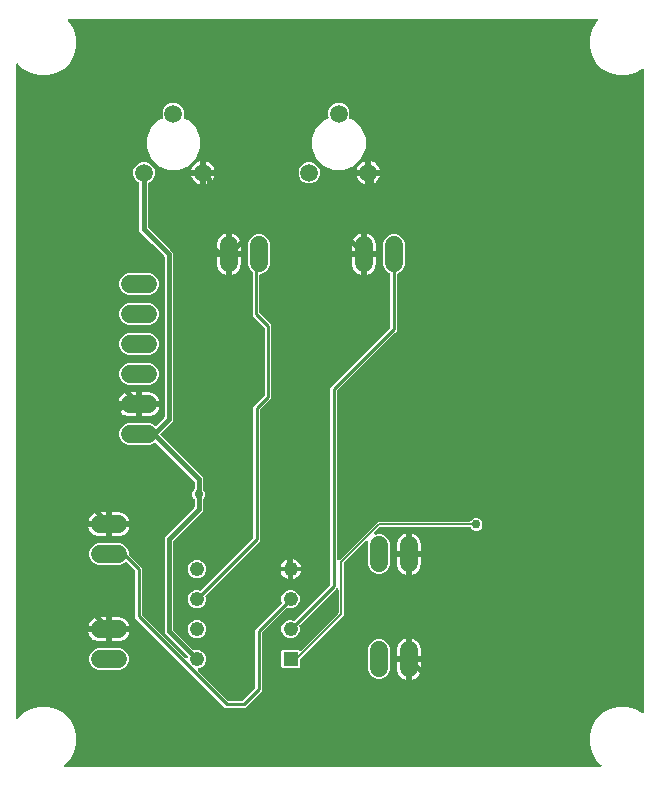
<source format=gbr>
G04 EAGLE Gerber RS-274X export*
G75*
%MOMM*%
%FSLAX34Y34*%
%LPD*%
%INBottom Copper*%
%IPPOS*%
%AMOC8*
5,1,8,0,0,1.08239X$1,22.5*%
G01*
%ADD10R,1.238000X1.238000*%
%ADD11C,1.238000*%
%ADD12C,1.524000*%
%ADD13C,1.508000*%
%ADD14C,0.406400*%
%ADD15C,0.756400*%
%ADD16C,0.457200*%
%ADD17C,0.152400*%
%ADD18C,0.254000*%

G36*
X511444Y16528D02*
X511444Y16528D01*
X511583Y16541D01*
X511602Y16548D01*
X511622Y16551D01*
X511751Y16602D01*
X511882Y16649D01*
X511899Y16660D01*
X511918Y16668D01*
X512031Y16749D01*
X512146Y16827D01*
X512159Y16843D01*
X512175Y16854D01*
X512264Y16962D01*
X512356Y17066D01*
X512365Y17084D01*
X512378Y17099D01*
X512437Y17225D01*
X512501Y17349D01*
X512505Y17369D01*
X512514Y17387D01*
X512540Y17523D01*
X512570Y17659D01*
X512570Y17680D01*
X512574Y17699D01*
X512565Y17838D01*
X512561Y17977D01*
X512555Y17997D01*
X512554Y18017D01*
X512511Y18149D01*
X512472Y18283D01*
X512462Y18300D01*
X512456Y18319D01*
X512381Y18437D01*
X512311Y18557D01*
X512292Y18578D01*
X512286Y18588D01*
X512271Y18602D01*
X512204Y18677D01*
X507866Y23016D01*
X504224Y29323D01*
X502339Y36358D01*
X502339Y43642D01*
X504224Y50677D01*
X507866Y56984D01*
X513016Y62134D01*
X519323Y65776D01*
X526358Y67661D01*
X533642Y67661D01*
X540677Y65776D01*
X546735Y62278D01*
X546858Y62226D01*
X546977Y62170D01*
X547004Y62165D01*
X547029Y62154D01*
X547160Y62135D01*
X547290Y62110D01*
X547316Y62112D01*
X547343Y62108D01*
X547475Y62122D01*
X547607Y62130D01*
X547633Y62138D01*
X547659Y62141D01*
X547784Y62187D01*
X547909Y62228D01*
X547932Y62242D01*
X547958Y62252D01*
X548066Y62327D01*
X548178Y62398D01*
X548197Y62418D01*
X548219Y62433D01*
X548305Y62533D01*
X548396Y62630D01*
X548409Y62653D01*
X548427Y62674D01*
X548486Y62793D01*
X548550Y62908D01*
X548556Y62934D01*
X548568Y62959D01*
X548596Y63088D01*
X548629Y63216D01*
X548631Y63254D01*
X548635Y63270D01*
X548634Y63291D01*
X548639Y63377D01*
X548639Y606623D01*
X548623Y606754D01*
X548612Y606886D01*
X548603Y606912D01*
X548599Y606939D01*
X548551Y607062D01*
X548507Y607187D01*
X548492Y607209D01*
X548482Y607234D01*
X548405Y607341D01*
X548331Y607452D01*
X548311Y607470D01*
X548296Y607492D01*
X548193Y607576D01*
X548095Y607665D01*
X548071Y607677D01*
X548051Y607695D01*
X547931Y607751D01*
X547814Y607812D01*
X547787Y607819D01*
X547763Y607830D01*
X547633Y607855D01*
X547504Y607885D01*
X547477Y607885D01*
X547451Y607890D01*
X547319Y607882D01*
X547186Y607879D01*
X547160Y607872D01*
X547133Y607870D01*
X547007Y607829D01*
X546880Y607794D01*
X546845Y607777D01*
X546831Y607772D01*
X546812Y607760D01*
X546735Y607722D01*
X540677Y604224D01*
X533642Y602339D01*
X526358Y602339D01*
X519323Y604224D01*
X513016Y607866D01*
X507866Y613016D01*
X504224Y619323D01*
X502339Y626358D01*
X502339Y633642D01*
X504224Y640677D01*
X507866Y646984D01*
X508954Y648073D01*
X509039Y648182D01*
X509128Y648289D01*
X509137Y648308D01*
X509149Y648324D01*
X509205Y648451D01*
X509264Y648577D01*
X509268Y648597D01*
X509276Y648616D01*
X509298Y648754D01*
X509324Y648890D01*
X509322Y648910D01*
X509325Y648930D01*
X509312Y649069D01*
X509304Y649207D01*
X509298Y649226D01*
X509296Y649246D01*
X509248Y649378D01*
X509206Y649509D01*
X509195Y649527D01*
X509188Y649546D01*
X509110Y649661D01*
X509036Y649778D01*
X509021Y649792D01*
X509009Y649809D01*
X508905Y649901D01*
X508804Y649996D01*
X508786Y650006D01*
X508771Y650019D01*
X508647Y650082D01*
X508525Y650150D01*
X508506Y650155D01*
X508488Y650164D01*
X508352Y650194D01*
X508218Y650229D01*
X508189Y650231D01*
X508178Y650234D01*
X508157Y650233D01*
X508057Y650239D01*
X61943Y650239D01*
X61805Y650222D01*
X61667Y650209D01*
X61648Y650202D01*
X61628Y650199D01*
X61499Y650148D01*
X61367Y650101D01*
X61351Y650090D01*
X61332Y650082D01*
X61220Y650001D01*
X61104Y649923D01*
X61091Y649907D01*
X61075Y649896D01*
X60986Y649788D01*
X60894Y649684D01*
X60885Y649666D01*
X60872Y649651D01*
X60813Y649525D01*
X60749Y649401D01*
X60745Y649381D01*
X60736Y649363D01*
X60710Y649226D01*
X60680Y649091D01*
X60680Y649070D01*
X60676Y649051D01*
X60685Y648912D01*
X60689Y648773D01*
X60695Y648753D01*
X60696Y648733D01*
X60739Y648601D01*
X60778Y648467D01*
X60788Y648450D01*
X60794Y648431D01*
X60869Y648313D01*
X60939Y648193D01*
X60958Y648172D01*
X60964Y648162D01*
X60979Y648148D01*
X61046Y648073D01*
X62134Y646984D01*
X65776Y640677D01*
X67661Y633642D01*
X67661Y626358D01*
X65776Y619323D01*
X62134Y613016D01*
X56984Y607866D01*
X50677Y604224D01*
X43642Y602339D01*
X36358Y602339D01*
X29323Y604224D01*
X23016Y607866D01*
X18677Y612204D01*
X18568Y612290D01*
X18461Y612378D01*
X18442Y612387D01*
X18426Y612399D01*
X18298Y612455D01*
X18173Y612514D01*
X18153Y612518D01*
X18134Y612526D01*
X17996Y612548D01*
X17860Y612574D01*
X17840Y612572D01*
X17820Y612575D01*
X17681Y612562D01*
X17543Y612554D01*
X17524Y612548D01*
X17504Y612546D01*
X17372Y612498D01*
X17241Y612456D01*
X17223Y612445D01*
X17204Y612438D01*
X17089Y612360D01*
X16972Y612286D01*
X16958Y612271D01*
X16941Y612259D01*
X16849Y612155D01*
X16754Y612054D01*
X16744Y612036D01*
X16731Y612021D01*
X16667Y611897D01*
X16600Y611775D01*
X16595Y611756D01*
X16586Y611738D01*
X16556Y611602D01*
X16521Y611468D01*
X16519Y611439D01*
X16516Y611428D01*
X16517Y611407D01*
X16511Y611307D01*
X16511Y58693D01*
X16528Y58556D01*
X16541Y58417D01*
X16548Y58398D01*
X16551Y58378D01*
X16602Y58249D01*
X16649Y58118D01*
X16660Y58101D01*
X16668Y58082D01*
X16749Y57969D01*
X16827Y57854D01*
X16843Y57841D01*
X16854Y57825D01*
X16962Y57736D01*
X17066Y57644D01*
X17084Y57635D01*
X17099Y57622D01*
X17225Y57563D01*
X17349Y57499D01*
X17369Y57495D01*
X17387Y57486D01*
X17523Y57460D01*
X17659Y57430D01*
X17680Y57430D01*
X17699Y57426D01*
X17838Y57435D01*
X17977Y57439D01*
X17997Y57445D01*
X18017Y57446D01*
X18149Y57489D01*
X18283Y57528D01*
X18300Y57538D01*
X18319Y57544D01*
X18437Y57619D01*
X18557Y57689D01*
X18578Y57708D01*
X18588Y57714D01*
X18602Y57729D01*
X18677Y57796D01*
X23016Y62134D01*
X29323Y65776D01*
X36358Y67661D01*
X43642Y67661D01*
X50677Y65776D01*
X56984Y62134D01*
X62134Y56984D01*
X65776Y50677D01*
X67661Y43642D01*
X67661Y36358D01*
X65776Y29323D01*
X62134Y23016D01*
X57796Y18677D01*
X57710Y18568D01*
X57622Y18461D01*
X57613Y18442D01*
X57601Y18426D01*
X57545Y18298D01*
X57486Y18173D01*
X57482Y18153D01*
X57474Y18134D01*
X57452Y17996D01*
X57426Y17860D01*
X57428Y17840D01*
X57425Y17820D01*
X57438Y17681D01*
X57446Y17543D01*
X57452Y17524D01*
X57454Y17504D01*
X57502Y17372D01*
X57544Y17241D01*
X57555Y17223D01*
X57562Y17204D01*
X57640Y17089D01*
X57714Y16972D01*
X57729Y16958D01*
X57741Y16941D01*
X57845Y16849D01*
X57946Y16754D01*
X57964Y16744D01*
X57979Y16731D01*
X58103Y16667D01*
X58225Y16600D01*
X58244Y16595D01*
X58262Y16586D01*
X58398Y16556D01*
X58532Y16521D01*
X58561Y16519D01*
X58572Y16516D01*
X58593Y16517D01*
X58693Y16511D01*
X511307Y16511D01*
X511444Y16528D01*
G37*
%LPC*%
G36*
X194087Y67055D02*
X194087Y67055D01*
X117855Y143287D01*
X117855Y182467D01*
X117843Y182565D01*
X117840Y182664D01*
X117823Y182722D01*
X117815Y182782D01*
X117779Y182874D01*
X117751Y182969D01*
X117721Y183022D01*
X117698Y183078D01*
X117640Y183158D01*
X117590Y183243D01*
X117524Y183319D01*
X117512Y183335D01*
X117502Y183343D01*
X117484Y183364D01*
X110798Y190050D01*
X110711Y190117D01*
X110671Y190155D01*
X110662Y190160D01*
X110614Y190202D01*
X110578Y190220D01*
X110546Y190245D01*
X110437Y190292D01*
X110331Y190346D01*
X110292Y190355D01*
X110254Y190371D01*
X110137Y190390D01*
X110021Y190416D01*
X109980Y190415D01*
X109940Y190421D01*
X109822Y190410D01*
X109703Y190406D01*
X109664Y190395D01*
X109624Y190391D01*
X109512Y190351D01*
X109397Y190318D01*
X109363Y190297D01*
X109324Y190284D01*
X109226Y190217D01*
X109123Y190156D01*
X109078Y190117D01*
X109061Y190105D01*
X109048Y190090D01*
X109003Y190050D01*
X108050Y189097D01*
X104689Y187705D01*
X85811Y187705D01*
X82450Y189097D01*
X79877Y191670D01*
X78485Y195031D01*
X78485Y198669D01*
X79877Y202030D01*
X82450Y204603D01*
X85811Y205995D01*
X104689Y205995D01*
X108050Y204603D01*
X110623Y202030D01*
X112015Y198669D01*
X112015Y197263D01*
X112027Y197165D01*
X112030Y197066D01*
X112047Y197008D01*
X112055Y196948D01*
X112091Y196856D01*
X112119Y196761D01*
X112149Y196708D01*
X112172Y196652D01*
X112230Y196572D01*
X112280Y196487D01*
X112346Y196411D01*
X112358Y196395D01*
X112368Y196387D01*
X112386Y196366D01*
X123445Y185308D01*
X123445Y146128D01*
X123457Y146030D01*
X123460Y145931D01*
X123477Y145873D01*
X123485Y145813D01*
X123521Y145720D01*
X123549Y145625D01*
X123579Y145573D01*
X123602Y145517D01*
X123660Y145437D01*
X123710Y145351D01*
X123776Y145276D01*
X123788Y145259D01*
X123798Y145252D01*
X123816Y145231D01*
X160039Y109009D01*
X160078Y108978D01*
X160111Y108941D01*
X160203Y108881D01*
X160290Y108814D01*
X160335Y108794D01*
X160377Y108767D01*
X160481Y108731D01*
X160582Y108687D01*
X160631Y108679D01*
X160678Y108663D01*
X160787Y108655D01*
X160896Y108637D01*
X160945Y108642D01*
X160995Y108638D01*
X161103Y108657D01*
X161212Y108667D01*
X161259Y108684D01*
X161308Y108692D01*
X161408Y108738D01*
X161512Y108775D01*
X161553Y108803D01*
X161598Y108823D01*
X161684Y108892D01*
X161775Y108953D01*
X161808Y108991D01*
X161846Y109022D01*
X161913Y109110D01*
X161985Y109192D01*
X162008Y109236D01*
X162038Y109276D01*
X162109Y109420D01*
X162148Y109514D01*
X162155Y109543D01*
X162169Y109569D01*
X162197Y109696D01*
X162232Y109821D01*
X162232Y109851D01*
X162238Y109879D01*
X162235Y110009D01*
X162237Y110139D01*
X162230Y110168D01*
X162229Y110197D01*
X162193Y110322D01*
X162162Y110448D01*
X162149Y110474D01*
X162140Y110503D01*
X162074Y110615D01*
X162014Y110729D01*
X161994Y110751D01*
X161979Y110777D01*
X161872Y110898D01*
X142493Y130277D01*
X142493Y211023D01*
X167522Y236051D01*
X167582Y236130D01*
X167650Y236202D01*
X167679Y236255D01*
X167716Y236303D01*
X167756Y236394D01*
X167804Y236480D01*
X167819Y236539D01*
X167843Y236595D01*
X167858Y236693D01*
X167883Y236788D01*
X167889Y236888D01*
X167893Y236909D01*
X167891Y236921D01*
X167893Y236949D01*
X167893Y243176D01*
X167881Y243274D01*
X167878Y243373D01*
X167861Y243432D01*
X167853Y243492D01*
X167817Y243584D01*
X167789Y243679D01*
X167759Y243731D01*
X167736Y243787D01*
X167678Y243867D01*
X167628Y243953D01*
X167562Y244028D01*
X167550Y244045D01*
X167540Y244052D01*
X167522Y244074D01*
X166951Y244644D01*
X166143Y246594D01*
X166143Y248706D01*
X166951Y250656D01*
X167522Y251226D01*
X167582Y251305D01*
X167650Y251377D01*
X167679Y251430D01*
X167716Y251478D01*
X167756Y251569D01*
X167804Y251655D01*
X167819Y251714D01*
X167843Y251770D01*
X167858Y251867D01*
X167883Y251963D01*
X167889Y252063D01*
X167893Y252084D01*
X167891Y252096D01*
X167893Y252124D01*
X167893Y258351D01*
X167881Y258449D01*
X167878Y258548D01*
X167861Y258606D01*
X167853Y258667D01*
X167817Y258759D01*
X167789Y258854D01*
X167759Y258906D01*
X167736Y258962D01*
X167678Y259042D01*
X167628Y259128D01*
X167562Y259203D01*
X167550Y259220D01*
X167540Y259227D01*
X167522Y259249D01*
X135659Y291111D01*
X135565Y291184D01*
X135475Y291263D01*
X135440Y291281D01*
X135408Y291306D01*
X135298Y291353D01*
X135192Y291408D01*
X135153Y291416D01*
X135116Y291433D01*
X134998Y291451D01*
X134882Y291477D01*
X134842Y291476D01*
X134802Y291482D01*
X134683Y291471D01*
X134564Y291468D01*
X134525Y291456D01*
X134485Y291453D01*
X134373Y291412D01*
X134259Y291379D01*
X134224Y291359D01*
X134186Y291345D01*
X134087Y291278D01*
X133985Y291218D01*
X133939Y291178D01*
X133923Y291166D01*
X133909Y291151D01*
X133864Y291111D01*
X133450Y290697D01*
X130089Y289305D01*
X111211Y289305D01*
X107850Y290697D01*
X105277Y293270D01*
X103885Y296631D01*
X103885Y300269D01*
X105277Y303630D01*
X107850Y306203D01*
X111211Y307595D01*
X130089Y307595D01*
X133450Y306203D01*
X133864Y305789D01*
X133958Y305716D01*
X134047Y305637D01*
X134083Y305619D01*
X134115Y305594D01*
X134224Y305547D01*
X134330Y305492D01*
X134370Y305484D01*
X134407Y305467D01*
X134525Y305449D01*
X134641Y305423D01*
X134681Y305424D01*
X134721Y305418D01*
X134840Y305429D01*
X134959Y305432D01*
X134997Y305444D01*
X135038Y305447D01*
X135150Y305488D01*
X135264Y305521D01*
X135299Y305541D01*
X135337Y305555D01*
X135435Y305622D01*
X135538Y305682D01*
X135583Y305722D01*
X135600Y305734D01*
X135614Y305749D01*
X135659Y305789D01*
X142122Y312251D01*
X142182Y312330D01*
X142250Y312402D01*
X142279Y312455D01*
X142316Y312503D01*
X142356Y312594D01*
X142404Y312680D01*
X142419Y312739D01*
X142443Y312795D01*
X142458Y312893D01*
X142483Y312988D01*
X142489Y313088D01*
X142493Y313109D01*
X142491Y313121D01*
X142493Y313149D01*
X142493Y448851D01*
X142481Y448949D01*
X142478Y449048D01*
X142461Y449106D01*
X142453Y449167D01*
X142417Y449259D01*
X142389Y449354D01*
X142359Y449406D01*
X142336Y449462D01*
X142278Y449542D01*
X142228Y449628D01*
X142162Y449703D01*
X142150Y449720D01*
X142140Y449727D01*
X142122Y449749D01*
X132603Y459268D01*
X132524Y459328D01*
X132452Y459396D01*
X132399Y459425D01*
X132351Y459462D01*
X132260Y459502D01*
X132174Y459550D01*
X132115Y459565D01*
X132059Y459589D01*
X131961Y459604D01*
X131887Y459623D01*
X121189Y470322D01*
X121189Y510919D01*
X121186Y510948D01*
X121188Y510977D01*
X121166Y511106D01*
X121149Y511234D01*
X121139Y511262D01*
X121134Y511291D01*
X121080Y511409D01*
X121032Y511530D01*
X121015Y511554D01*
X121003Y511581D01*
X120922Y511682D01*
X120846Y511787D01*
X120823Y511806D01*
X120804Y511829D01*
X120701Y511907D01*
X120601Y511990D01*
X120574Y512003D01*
X120550Y512020D01*
X120406Y512091D01*
X119865Y512315D01*
X117315Y514865D01*
X115935Y518197D01*
X115935Y521803D01*
X117315Y525135D01*
X119865Y527685D01*
X123197Y529065D01*
X126803Y529065D01*
X130135Y527685D01*
X132685Y525135D01*
X134065Y521803D01*
X134065Y518197D01*
X132685Y514865D01*
X130135Y512315D01*
X129594Y512091D01*
X129569Y512077D01*
X129541Y512068D01*
X129431Y511998D01*
X129318Y511934D01*
X129297Y511913D01*
X129272Y511898D01*
X129183Y511803D01*
X129090Y511713D01*
X129074Y511687D01*
X129054Y511666D01*
X128991Y511552D01*
X128923Y511441D01*
X128915Y511413D01*
X128900Y511387D01*
X128868Y511262D01*
X128830Y511138D01*
X128828Y511108D01*
X128821Y511079D01*
X128811Y510919D01*
X128811Y474004D01*
X128823Y473906D01*
X128826Y473807D01*
X128843Y473749D01*
X128851Y473689D01*
X128887Y473597D01*
X128915Y473501D01*
X128945Y473449D01*
X128968Y473393D01*
X129026Y473313D01*
X129076Y473228D01*
X129142Y473152D01*
X129154Y473136D01*
X129164Y473128D01*
X129182Y473107D01*
X137276Y465014D01*
X137276Y464998D01*
X137293Y464940D01*
X137301Y464879D01*
X137337Y464787D01*
X137365Y464692D01*
X137395Y464640D01*
X137418Y464584D01*
X137476Y464504D01*
X137526Y464418D01*
X137592Y464343D01*
X137604Y464326D01*
X137614Y464319D01*
X137632Y464297D01*
X147151Y454778D01*
X149607Y452323D01*
X149607Y309677D01*
X139277Y299348D01*
X139204Y299253D01*
X139126Y299164D01*
X139107Y299128D01*
X139083Y299096D01*
X139035Y298987D01*
X138981Y298881D01*
X138972Y298842D01*
X138956Y298804D01*
X138937Y298687D01*
X138911Y298571D01*
X138913Y298530D01*
X138906Y298490D01*
X138917Y298372D01*
X138921Y298253D01*
X138932Y298214D01*
X138936Y298174D01*
X138976Y298061D01*
X139010Y297947D01*
X139030Y297913D01*
X139044Y297874D01*
X139111Y297776D01*
X139171Y297673D01*
X139211Y297628D01*
X139222Y297611D01*
X139238Y297598D01*
X139277Y297553D01*
X175007Y261823D01*
X175007Y252124D01*
X175019Y252026D01*
X175022Y251927D01*
X175039Y251868D01*
X175047Y251808D01*
X175083Y251716D01*
X175111Y251621D01*
X175141Y251569D01*
X175164Y251513D01*
X175222Y251433D01*
X175272Y251347D01*
X175338Y251272D01*
X175350Y251255D01*
X175360Y251248D01*
X175378Y251226D01*
X175949Y250656D01*
X176757Y248706D01*
X176757Y246594D01*
X175949Y244644D01*
X175378Y244074D01*
X175318Y243995D01*
X175250Y243923D01*
X175221Y243870D01*
X175184Y243822D01*
X175144Y243731D01*
X175096Y243645D01*
X175081Y243586D01*
X175057Y243530D01*
X175042Y243433D01*
X175017Y243337D01*
X175011Y243237D01*
X175007Y243216D01*
X175009Y243204D01*
X175007Y243176D01*
X175007Y233477D01*
X149978Y208449D01*
X149918Y208370D01*
X149850Y208298D01*
X149821Y208245D01*
X149784Y208197D01*
X149744Y208106D01*
X149696Y208020D01*
X149681Y207961D01*
X149657Y207905D01*
X149642Y207807D01*
X149617Y207712D01*
X149611Y207612D01*
X149607Y207591D01*
X149609Y207579D01*
X149607Y207551D01*
X149607Y133749D01*
X149619Y133651D01*
X149622Y133552D01*
X149639Y133494D01*
X149647Y133433D01*
X149683Y133341D01*
X149711Y133246D01*
X149741Y133194D01*
X149764Y133138D01*
X149822Y133058D01*
X149872Y132972D01*
X149938Y132897D01*
X149950Y132880D01*
X149960Y132873D01*
X149978Y132851D01*
X166902Y115928D01*
X166926Y115909D01*
X166945Y115887D01*
X167051Y115812D01*
X167154Y115733D01*
X167181Y115721D01*
X167205Y115704D01*
X167326Y115658D01*
X167446Y115606D01*
X167475Y115602D01*
X167502Y115591D01*
X167631Y115577D01*
X167760Y115556D01*
X167789Y115559D01*
X167818Y115556D01*
X167947Y115574D01*
X168076Y115586D01*
X168104Y115596D01*
X168133Y115600D01*
X168286Y115652D01*
X168315Y115665D01*
X171385Y115665D01*
X174220Y114490D01*
X176390Y112320D01*
X177565Y109485D01*
X177565Y106415D01*
X176390Y103580D01*
X174220Y101410D01*
X171320Y100209D01*
X171277Y100184D01*
X171230Y100167D01*
X171139Y100106D01*
X171044Y100051D01*
X171008Y100017D01*
X170967Y99989D01*
X170895Y99906D01*
X170816Y99830D01*
X170790Y99787D01*
X170757Y99750D01*
X170707Y99652D01*
X170649Y99559D01*
X170635Y99511D01*
X170612Y99467D01*
X170588Y99360D01*
X170556Y99255D01*
X170553Y99205D01*
X170543Y99157D01*
X170546Y99047D01*
X170541Y98937D01*
X170551Y98889D01*
X170552Y98839D01*
X170583Y98733D01*
X170605Y98626D01*
X170627Y98581D01*
X170641Y98533D01*
X170696Y98439D01*
X170745Y98340D01*
X170777Y98302D01*
X170802Y98259D01*
X170909Y98139D01*
X196031Y73016D01*
X196109Y72956D01*
X196181Y72888D01*
X196234Y72859D01*
X196282Y72822D01*
X196373Y72782D01*
X196459Y72734D01*
X196518Y72719D01*
X196574Y72695D01*
X196672Y72680D01*
X196767Y72655D01*
X196867Y72649D01*
X196888Y72645D01*
X196900Y72647D01*
X196928Y72645D01*
X207867Y72645D01*
X207965Y72657D01*
X208064Y72660D01*
X208122Y72677D01*
X208182Y72685D01*
X208274Y72721D01*
X208369Y72749D01*
X208422Y72779D01*
X208478Y72802D01*
X208558Y72860D01*
X208643Y72910D01*
X208719Y72976D01*
X208735Y72988D01*
X208743Y72998D01*
X208764Y73016D01*
X219084Y83336D01*
X219144Y83414D01*
X219212Y83486D01*
X219241Y83539D01*
X219278Y83587D01*
X219318Y83678D01*
X219366Y83765D01*
X219381Y83823D01*
X219405Y83879D01*
X219420Y83977D01*
X219445Y84073D01*
X219451Y84173D01*
X219455Y84193D01*
X219453Y84205D01*
X219455Y84233D01*
X219455Y132908D01*
X221464Y134916D01*
X241588Y155040D01*
X241606Y155064D01*
X241629Y155083D01*
X241703Y155189D01*
X241783Y155292D01*
X241795Y155319D01*
X241812Y155343D01*
X241858Y155464D01*
X241909Y155584D01*
X241914Y155613D01*
X241924Y155640D01*
X241939Y155769D01*
X241959Y155898D01*
X241956Y155927D01*
X241960Y155956D01*
X241942Y156085D01*
X241929Y156214D01*
X241919Y156242D01*
X241915Y156271D01*
X241863Y156424D01*
X241535Y157215D01*
X241535Y160285D01*
X242710Y163120D01*
X244880Y165290D01*
X247715Y166465D01*
X250785Y166465D01*
X253620Y165290D01*
X255790Y163120D01*
X256965Y160285D01*
X256965Y157215D01*
X255790Y154380D01*
X253620Y152210D01*
X250785Y151035D01*
X247715Y151035D01*
X246924Y151363D01*
X246895Y151371D01*
X246869Y151384D01*
X246742Y151413D01*
X246617Y151447D01*
X246587Y151448D01*
X246559Y151454D01*
X246429Y151450D01*
X246299Y151452D01*
X246270Y151445D01*
X246241Y151444D01*
X246116Y151408D01*
X245990Y151378D01*
X245964Y151364D01*
X245935Y151356D01*
X245823Y151290D01*
X245709Y151229D01*
X245687Y151210D01*
X245661Y151195D01*
X245540Y151088D01*
X225416Y130964D01*
X225356Y130886D01*
X225288Y130814D01*
X225259Y130761D01*
X225222Y130713D01*
X225182Y130622D01*
X225134Y130535D01*
X225119Y130477D01*
X225095Y130421D01*
X225080Y130323D01*
X225055Y130227D01*
X225049Y130127D01*
X225045Y130107D01*
X225047Y130095D01*
X225045Y130067D01*
X225045Y81392D01*
X210708Y67055D01*
X194087Y67055D01*
G37*
%LPD*%
%LPC*%
G36*
X242428Y100235D02*
X242428Y100235D01*
X241535Y101128D01*
X241535Y114772D01*
X242428Y115665D01*
X256072Y115665D01*
X256379Y115358D01*
X256473Y115285D01*
X256562Y115206D01*
X256598Y115187D01*
X256630Y115163D01*
X256739Y115115D01*
X256845Y115061D01*
X256885Y115052D01*
X256922Y115036D01*
X257040Y115018D01*
X257156Y114992D01*
X257196Y114993D01*
X257236Y114986D01*
X257354Y114998D01*
X257473Y115001D01*
X257512Y115013D01*
X257552Y115016D01*
X257665Y115057D01*
X257779Y115090D01*
X257814Y115110D01*
X257852Y115124D01*
X257950Y115191D01*
X258053Y115251D01*
X258098Y115291D01*
X258115Y115302D01*
X258128Y115318D01*
X258174Y115358D01*
X289442Y146625D01*
X289502Y146704D01*
X289570Y146776D01*
X289599Y146829D01*
X289636Y146877D01*
X289676Y146968D01*
X289724Y147054D01*
X289739Y147113D01*
X289763Y147169D01*
X289778Y147267D01*
X289803Y147362D01*
X289809Y147462D01*
X289813Y147483D01*
X289811Y147495D01*
X289813Y147523D01*
X289813Y166897D01*
X289796Y167035D01*
X289783Y167173D01*
X289776Y167192D01*
X289773Y167212D01*
X289722Y167341D01*
X289675Y167472D01*
X289664Y167489D01*
X289656Y167508D01*
X289575Y167620D01*
X289497Y167735D01*
X289481Y167749D01*
X289470Y167765D01*
X289362Y167854D01*
X289258Y167946D01*
X289240Y167955D01*
X289225Y167968D01*
X289099Y168027D01*
X288975Y168091D01*
X288955Y168095D01*
X288937Y168104D01*
X288800Y168130D01*
X288665Y168160D01*
X288644Y168160D01*
X288625Y168163D01*
X288486Y168155D01*
X288347Y168151D01*
X288327Y168145D01*
X288307Y168144D01*
X288175Y168101D01*
X288041Y168062D01*
X288024Y168052D01*
X288005Y168046D01*
X287887Y167971D01*
X287767Y167901D01*
X287746Y167882D01*
X287736Y167875D01*
X287722Y167860D01*
X287647Y167794D01*
X286536Y166684D01*
X256912Y137060D01*
X256894Y137036D01*
X256871Y137017D01*
X256797Y136911D01*
X256717Y136808D01*
X256705Y136781D01*
X256688Y136757D01*
X256642Y136636D01*
X256591Y136516D01*
X256586Y136487D01*
X256576Y136460D01*
X256561Y136331D01*
X256541Y136202D01*
X256544Y136173D01*
X256540Y136144D01*
X256558Y136015D01*
X256571Y135886D01*
X256581Y135858D01*
X256585Y135829D01*
X256637Y135676D01*
X256965Y134885D01*
X256965Y131815D01*
X255790Y128980D01*
X253620Y126810D01*
X250785Y125635D01*
X247715Y125635D01*
X244880Y126810D01*
X242710Y128980D01*
X241535Y131815D01*
X241535Y134885D01*
X242710Y137720D01*
X244880Y139890D01*
X247715Y141065D01*
X250785Y141065D01*
X251576Y140737D01*
X251605Y140729D01*
X251631Y140716D01*
X251758Y140687D01*
X251883Y140653D01*
X251913Y140652D01*
X251941Y140646D01*
X252071Y140650D01*
X252201Y140648D01*
X252230Y140655D01*
X252259Y140656D01*
X252384Y140692D01*
X252510Y140722D01*
X252536Y140736D01*
X252565Y140744D01*
X252677Y140810D01*
X252791Y140871D01*
X252813Y140890D01*
X252839Y140905D01*
X252960Y141012D01*
X282584Y170636D01*
X282644Y170714D01*
X282712Y170786D01*
X282741Y170839D01*
X282778Y170887D01*
X282818Y170978D01*
X282866Y171065D01*
X282881Y171123D01*
X282905Y171179D01*
X282920Y171277D01*
X282945Y171373D01*
X282951Y171473D01*
X282955Y171493D01*
X282953Y171505D01*
X282955Y171533D01*
X282955Y337708D01*
X284964Y339716D01*
X333384Y388136D01*
X333444Y388214D01*
X333512Y388286D01*
X333541Y388339D01*
X333578Y388387D01*
X333618Y388478D01*
X333666Y388565D01*
X333681Y388623D01*
X333705Y388679D01*
X333720Y388777D01*
X333745Y388873D01*
X333751Y388973D01*
X333755Y388993D01*
X333753Y389005D01*
X333755Y389033D01*
X333755Y433641D01*
X333752Y433671D01*
X333754Y433700D01*
X333732Y433828D01*
X333715Y433957D01*
X333705Y433984D01*
X333700Y434013D01*
X333646Y434132D01*
X333598Y434253D01*
X333581Y434276D01*
X333569Y434303D01*
X333488Y434405D01*
X333412Y434510D01*
X333389Y434529D01*
X333370Y434552D01*
X333267Y434630D01*
X333167Y434713D01*
X333140Y434725D01*
X333116Y434743D01*
X332972Y434814D01*
X331370Y435477D01*
X328797Y438050D01*
X327405Y441411D01*
X327405Y460289D01*
X328797Y463650D01*
X331370Y466223D01*
X334731Y467615D01*
X338369Y467615D01*
X341730Y466223D01*
X344303Y463650D01*
X345695Y460289D01*
X345695Y441411D01*
X344303Y438050D01*
X341730Y435477D01*
X340128Y434814D01*
X340103Y434799D01*
X340075Y434790D01*
X339965Y434721D01*
X339852Y434656D01*
X339831Y434636D01*
X339806Y434620D01*
X339717Y434525D01*
X339624Y434435D01*
X339608Y434410D01*
X339588Y434388D01*
X339525Y434275D01*
X339457Y434164D01*
X339449Y434136D01*
X339434Y434110D01*
X339402Y433984D01*
X339364Y433860D01*
X339362Y433831D01*
X339355Y433802D01*
X339345Y433641D01*
X339345Y386192D01*
X337336Y384184D01*
X288916Y335764D01*
X288856Y335686D01*
X288788Y335614D01*
X288759Y335561D01*
X288722Y335513D01*
X288682Y335422D01*
X288634Y335335D01*
X288619Y335277D01*
X288595Y335221D01*
X288580Y335123D01*
X288555Y335027D01*
X288549Y334927D01*
X288545Y334907D01*
X288547Y334895D01*
X288545Y334867D01*
X288545Y193243D01*
X288562Y193105D01*
X288575Y192967D01*
X288582Y192948D01*
X288585Y192927D01*
X288636Y192798D01*
X288683Y192667D01*
X288694Y192650D01*
X288702Y192632D01*
X288783Y192519D01*
X288861Y192404D01*
X288877Y192391D01*
X288888Y192374D01*
X288996Y192286D01*
X289100Y192194D01*
X289118Y192184D01*
X289133Y192172D01*
X289259Y192112D01*
X289383Y192049D01*
X289403Y192045D01*
X289421Y192036D01*
X289558Y192010D01*
X289693Y191979D01*
X289714Y191980D01*
X289733Y191976D01*
X289872Y191985D01*
X290011Y191989D01*
X290031Y191995D01*
X290051Y191996D01*
X290183Y192039D01*
X290317Y192077D01*
X290334Y192088D01*
X290353Y192094D01*
X290471Y192168D01*
X290591Y192239D01*
X290612Y192258D01*
X290622Y192264D01*
X290636Y192279D01*
X290711Y192345D01*
X291524Y193158D01*
X291525Y193158D01*
X322903Y224537D01*
X400755Y224537D01*
X400785Y224540D01*
X400814Y224538D01*
X400942Y224560D01*
X401071Y224577D01*
X401098Y224587D01*
X401127Y224593D01*
X401246Y224646D01*
X401366Y224694D01*
X401390Y224711D01*
X401417Y224723D01*
X401519Y224804D01*
X401624Y224880D01*
X401643Y224903D01*
X401666Y224922D01*
X401744Y225025D01*
X401827Y225125D01*
X401839Y225152D01*
X401857Y225176D01*
X401892Y225246D01*
X403394Y226749D01*
X405344Y227557D01*
X407456Y227557D01*
X409406Y226749D01*
X410899Y225256D01*
X411707Y223306D01*
X411707Y221194D01*
X410899Y219244D01*
X409406Y217751D01*
X407456Y216943D01*
X405344Y216943D01*
X403394Y217751D01*
X401891Y219254D01*
X401834Y219343D01*
X401770Y219456D01*
X401750Y219477D01*
X401734Y219502D01*
X401639Y219591D01*
X401549Y219684D01*
X401524Y219700D01*
X401502Y219720D01*
X401389Y219783D01*
X401278Y219851D01*
X401250Y219859D01*
X401224Y219874D01*
X401098Y219906D01*
X400974Y219944D01*
X400944Y219946D01*
X400916Y219953D01*
X400755Y219963D01*
X325323Y219963D01*
X325225Y219951D01*
X325126Y219948D01*
X325068Y219931D01*
X325007Y219923D01*
X324915Y219887D01*
X324820Y219859D01*
X324768Y219829D01*
X324712Y219806D01*
X324632Y219748D01*
X324546Y219698D01*
X324471Y219632D01*
X324454Y219620D01*
X324447Y219610D01*
X324425Y219592D01*
X320428Y215594D01*
X320385Y215538D01*
X320335Y215490D01*
X320288Y215413D01*
X320233Y215342D01*
X320205Y215278D01*
X320168Y215219D01*
X320142Y215133D01*
X320106Y215051D01*
X320095Y214981D01*
X320075Y214915D01*
X320071Y214825D01*
X320056Y214736D01*
X320063Y214667D01*
X320060Y214597D01*
X320078Y214509D01*
X320086Y214420D01*
X320110Y214354D01*
X320124Y214286D01*
X320163Y214205D01*
X320194Y214121D01*
X320233Y214063D01*
X320264Y214000D01*
X320322Y213932D01*
X320372Y213857D01*
X320425Y213811D01*
X320470Y213758D01*
X320543Y213706D01*
X320611Y213647D01*
X320673Y213615D01*
X320730Y213575D01*
X320814Y213543D01*
X320894Y213502D01*
X320962Y213487D01*
X321027Y213462D01*
X321117Y213452D01*
X321204Y213433D01*
X321274Y213435D01*
X321344Y213427D01*
X321433Y213440D01*
X321522Y213442D01*
X321589Y213462D01*
X321658Y213471D01*
X321811Y213524D01*
X322031Y213615D01*
X325669Y213615D01*
X329030Y212223D01*
X331603Y209650D01*
X332995Y206289D01*
X332995Y187411D01*
X331603Y184050D01*
X329030Y181477D01*
X325669Y180085D01*
X322031Y180085D01*
X318670Y181477D01*
X316097Y184050D01*
X314705Y187411D01*
X314705Y206289D01*
X314796Y206509D01*
X314815Y206576D01*
X314843Y206641D01*
X314857Y206729D01*
X314880Y206816D01*
X314882Y206886D01*
X314892Y206955D01*
X314884Y207044D01*
X314885Y207134D01*
X314869Y207202D01*
X314863Y207271D01*
X314832Y207356D01*
X314811Y207443D01*
X314779Y207505D01*
X314755Y207571D01*
X314705Y207645D01*
X314663Y207724D01*
X314616Y207776D01*
X314576Y207834D01*
X314509Y207893D01*
X314449Y207960D01*
X314390Y207998D01*
X314338Y208044D01*
X314258Y208085D01*
X314183Y208134D01*
X314117Y208157D01*
X314055Y208189D01*
X313967Y208208D01*
X313882Y208238D01*
X313813Y208243D01*
X313745Y208258D01*
X313655Y208256D01*
X313565Y208263D01*
X313496Y208251D01*
X313427Y208249D01*
X313340Y208224D01*
X313252Y208208D01*
X313188Y208180D01*
X313121Y208160D01*
X313044Y208115D01*
X312962Y208078D01*
X312907Y208034D01*
X312847Y207999D01*
X312726Y207892D01*
X294758Y189925D01*
X294698Y189846D01*
X294630Y189774D01*
X294601Y189721D01*
X294564Y189673D01*
X294524Y189582D01*
X294476Y189496D01*
X294461Y189437D01*
X294437Y189381D01*
X294422Y189283D01*
X294397Y189188D01*
X294391Y189088D01*
X294387Y189067D01*
X294389Y189055D01*
X294387Y189027D01*
X294387Y145103D01*
X257336Y108053D01*
X257276Y107974D01*
X257208Y107902D01*
X257179Y107849D01*
X257142Y107801D01*
X257102Y107710D01*
X257054Y107624D01*
X257039Y107565D01*
X257015Y107509D01*
X257000Y107411D01*
X256975Y107316D01*
X256969Y107216D01*
X256965Y107195D01*
X256967Y107183D01*
X256965Y107155D01*
X256965Y101128D01*
X256072Y100235D01*
X242428Y100235D01*
G37*
%LPD*%
%LPC*%
G36*
X168315Y151035D02*
X168315Y151035D01*
X165480Y152210D01*
X163310Y154380D01*
X162135Y157215D01*
X162135Y160285D01*
X163310Y163120D01*
X165480Y165290D01*
X168315Y166465D01*
X171385Y166465D01*
X172176Y166137D01*
X172205Y166129D01*
X172231Y166116D01*
X172358Y166087D01*
X172483Y166053D01*
X172513Y166052D01*
X172541Y166046D01*
X172671Y166050D01*
X172801Y166048D01*
X172830Y166055D01*
X172859Y166056D01*
X172984Y166092D01*
X173110Y166122D01*
X173136Y166136D01*
X173165Y166144D01*
X173277Y166210D01*
X173391Y166271D01*
X173413Y166290D01*
X173439Y166305D01*
X173560Y166412D01*
X217384Y210236D01*
X217444Y210314D01*
X217512Y210386D01*
X217541Y210439D01*
X217578Y210487D01*
X217618Y210578D01*
X217666Y210665D01*
X217681Y210723D01*
X217705Y210779D01*
X217720Y210877D01*
X217745Y210973D01*
X217751Y211073D01*
X217755Y211093D01*
X217753Y211105D01*
X217755Y211133D01*
X217755Y321708D01*
X226834Y330786D01*
X226894Y330864D01*
X226962Y330936D01*
X226991Y330989D01*
X227028Y331037D01*
X227068Y331128D01*
X227116Y331215D01*
X227131Y331273D01*
X227155Y331329D01*
X227170Y331427D01*
X227195Y331523D01*
X227201Y331623D01*
X227205Y331643D01*
X227203Y331655D01*
X227205Y331683D01*
X227205Y388317D01*
X227193Y388415D01*
X227190Y388514D01*
X227173Y388572D01*
X227165Y388632D01*
X227129Y388724D01*
X227101Y388819D01*
X227071Y388872D01*
X227048Y388928D01*
X226990Y389008D01*
X226940Y389093D01*
X226874Y389169D01*
X226862Y389185D01*
X226852Y389193D01*
X226834Y389214D01*
X217205Y398842D01*
X217205Y434816D01*
X217193Y434915D01*
X217190Y435014D01*
X217173Y435072D01*
X217165Y435132D01*
X217129Y435224D01*
X217101Y435319D01*
X217071Y435371D01*
X217048Y435428D01*
X216990Y435508D01*
X216940Y435593D01*
X216874Y435668D01*
X216862Y435685D01*
X216852Y435693D01*
X216834Y435714D01*
X214497Y438050D01*
X213105Y441411D01*
X213105Y460289D01*
X214497Y463650D01*
X217070Y466223D01*
X220431Y467615D01*
X224069Y467615D01*
X227430Y466223D01*
X230003Y463650D01*
X231395Y460289D01*
X231395Y441411D01*
X230003Y438050D01*
X227430Y435477D01*
X224069Y434085D01*
X224064Y434085D01*
X223946Y434070D01*
X223827Y434063D01*
X223789Y434050D01*
X223748Y434045D01*
X223638Y434002D01*
X223525Y433965D01*
X223490Y433943D01*
X223453Y433928D01*
X223357Y433859D01*
X223256Y433795D01*
X223228Y433765D01*
X223195Y433742D01*
X223119Y433650D01*
X223038Y433563D01*
X223018Y433528D01*
X222993Y433497D01*
X222942Y433389D01*
X222884Y433285D01*
X222874Y433245D01*
X222857Y433209D01*
X222835Y433092D01*
X222805Y432977D01*
X222801Y432917D01*
X222797Y432897D01*
X222799Y432876D01*
X222795Y432816D01*
X222795Y401683D01*
X222807Y401585D01*
X222810Y401486D01*
X222827Y401428D01*
X222835Y401368D01*
X222871Y401276D01*
X222899Y401181D01*
X222929Y401128D01*
X222952Y401072D01*
X223010Y400992D01*
X223060Y400907D01*
X223126Y400831D01*
X223138Y400815D01*
X223148Y400807D01*
X223166Y400786D01*
X232795Y391158D01*
X232795Y328842D01*
X223716Y319764D01*
X223656Y319686D01*
X223588Y319614D01*
X223559Y319561D01*
X223522Y319513D01*
X223482Y319422D01*
X223434Y319335D01*
X223419Y319277D01*
X223395Y319221D01*
X223380Y319123D01*
X223355Y319027D01*
X223349Y318927D01*
X223345Y318907D01*
X223347Y318895D01*
X223345Y318867D01*
X223345Y208292D01*
X221336Y206284D01*
X177512Y162460D01*
X177494Y162436D01*
X177471Y162417D01*
X177397Y162311D01*
X177317Y162208D01*
X177305Y162181D01*
X177288Y162157D01*
X177242Y162036D01*
X177191Y161916D01*
X177186Y161887D01*
X177176Y161860D01*
X177161Y161731D01*
X177141Y161602D01*
X177144Y161573D01*
X177140Y161544D01*
X177158Y161415D01*
X177171Y161286D01*
X177181Y161258D01*
X177185Y161229D01*
X177237Y161076D01*
X177565Y160285D01*
X177565Y157215D01*
X176390Y154380D01*
X174220Y152210D01*
X171385Y151035D01*
X168315Y151035D01*
G37*
%LPD*%
%LPC*%
G36*
X285492Y522339D02*
X285492Y522339D01*
X277164Y525789D01*
X270789Y532164D01*
X267339Y540492D01*
X267339Y549508D01*
X270789Y557836D01*
X277164Y564211D01*
X280620Y565642D01*
X280723Y565701D01*
X280830Y565754D01*
X280861Y565780D01*
X280896Y565800D01*
X280981Y565883D01*
X281072Y565960D01*
X281095Y565993D01*
X281124Y566021D01*
X281186Y566123D01*
X281255Y566220D01*
X281269Y566258D01*
X281291Y566292D01*
X281326Y566406D01*
X281368Y566517D01*
X281372Y566558D01*
X281384Y566596D01*
X281390Y566715D01*
X281403Y566833D01*
X281397Y566873D01*
X281399Y566914D01*
X281375Y567031D01*
X281359Y567148D01*
X281339Y567205D01*
X281335Y567225D01*
X281326Y567244D01*
X281307Y567301D01*
X280935Y568197D01*
X280935Y571803D01*
X282315Y575135D01*
X284865Y577685D01*
X288197Y579065D01*
X291803Y579065D01*
X295135Y577685D01*
X297685Y575135D01*
X299065Y571803D01*
X299065Y568197D01*
X298693Y567301D01*
X298662Y567186D01*
X298623Y567073D01*
X298620Y567033D01*
X298610Y566994D01*
X298608Y566875D01*
X298598Y566756D01*
X298605Y566716D01*
X298604Y566676D01*
X298632Y566560D01*
X298653Y566443D01*
X298669Y566406D01*
X298679Y566367D01*
X298734Y566261D01*
X298783Y566153D01*
X298808Y566121D01*
X298827Y566086D01*
X298907Y565997D01*
X298982Y565904D01*
X299014Y565880D01*
X299041Y565850D01*
X299141Y565785D01*
X299236Y565713D01*
X299290Y565687D01*
X299307Y565675D01*
X299326Y565669D01*
X299380Y565642D01*
X302836Y564211D01*
X309211Y557836D01*
X312661Y549508D01*
X312661Y540492D01*
X309211Y532164D01*
X302836Y525789D01*
X294508Y522339D01*
X285492Y522339D01*
G37*
%LPD*%
%LPC*%
G36*
X145492Y522339D02*
X145492Y522339D01*
X137164Y525789D01*
X130789Y532164D01*
X127339Y540492D01*
X127339Y549508D01*
X130789Y557836D01*
X137164Y564211D01*
X140620Y565642D01*
X140723Y565701D01*
X140830Y565754D01*
X140861Y565780D01*
X140896Y565800D01*
X140981Y565883D01*
X141072Y565960D01*
X141095Y565993D01*
X141124Y566021D01*
X141186Y566123D01*
X141255Y566220D01*
X141269Y566258D01*
X141291Y566292D01*
X141326Y566406D01*
X141368Y566517D01*
X141372Y566558D01*
X141384Y566596D01*
X141390Y566715D01*
X141403Y566833D01*
X141397Y566873D01*
X141399Y566914D01*
X141375Y567031D01*
X141359Y567148D01*
X141339Y567205D01*
X141335Y567225D01*
X141326Y567244D01*
X141307Y567301D01*
X140935Y568197D01*
X140935Y571803D01*
X142315Y575135D01*
X144865Y577685D01*
X148197Y579065D01*
X151803Y579065D01*
X155135Y577685D01*
X157685Y575135D01*
X159065Y571803D01*
X159065Y568197D01*
X158693Y567301D01*
X158662Y567186D01*
X158623Y567073D01*
X158620Y567033D01*
X158610Y566994D01*
X158608Y566875D01*
X158598Y566756D01*
X158605Y566716D01*
X158604Y566676D01*
X158632Y566560D01*
X158653Y566443D01*
X158669Y566406D01*
X158679Y566367D01*
X158734Y566261D01*
X158783Y566153D01*
X158808Y566121D01*
X158827Y566086D01*
X158907Y565997D01*
X158982Y565904D01*
X159014Y565880D01*
X159041Y565850D01*
X159141Y565785D01*
X159236Y565713D01*
X159290Y565687D01*
X159307Y565675D01*
X159326Y565669D01*
X159380Y565642D01*
X162836Y564211D01*
X169211Y557836D01*
X172661Y549508D01*
X172661Y540492D01*
X169211Y532164D01*
X162836Y525789D01*
X154508Y522339D01*
X145492Y522339D01*
G37*
%LPD*%
%LPC*%
G36*
X111211Y340105D02*
X111211Y340105D01*
X107850Y341497D01*
X105277Y344070D01*
X103885Y347431D01*
X103885Y351069D01*
X105277Y354430D01*
X107850Y357003D01*
X111211Y358395D01*
X130089Y358395D01*
X133450Y357003D01*
X136023Y354430D01*
X137415Y351069D01*
X137415Y347431D01*
X136023Y344070D01*
X133450Y341497D01*
X130089Y340105D01*
X111211Y340105D01*
G37*
%LPD*%
%LPC*%
G36*
X111211Y365505D02*
X111211Y365505D01*
X107850Y366897D01*
X105277Y369470D01*
X103885Y372831D01*
X103885Y376469D01*
X105277Y379830D01*
X107850Y382403D01*
X111211Y383795D01*
X130089Y383795D01*
X133450Y382403D01*
X136023Y379830D01*
X137415Y376469D01*
X137415Y372831D01*
X136023Y369470D01*
X133450Y366897D01*
X130089Y365505D01*
X111211Y365505D01*
G37*
%LPD*%
%LPC*%
G36*
X111211Y390905D02*
X111211Y390905D01*
X107850Y392297D01*
X105277Y394870D01*
X103885Y398231D01*
X103885Y401869D01*
X105277Y405230D01*
X107850Y407803D01*
X111211Y409195D01*
X130089Y409195D01*
X133450Y407803D01*
X136023Y405230D01*
X137415Y401869D01*
X137415Y398231D01*
X136023Y394870D01*
X133450Y392297D01*
X130089Y390905D01*
X111211Y390905D01*
G37*
%LPD*%
%LPC*%
G36*
X111211Y416305D02*
X111211Y416305D01*
X107850Y417697D01*
X105277Y420270D01*
X103885Y423631D01*
X103885Y427269D01*
X105277Y430630D01*
X107850Y433203D01*
X111211Y434595D01*
X130089Y434595D01*
X133450Y433203D01*
X136023Y430630D01*
X137415Y427269D01*
X137415Y423631D01*
X136023Y420270D01*
X133450Y417697D01*
X130089Y416305D01*
X111211Y416305D01*
G37*
%LPD*%
%LPC*%
G36*
X322031Y91185D02*
X322031Y91185D01*
X318670Y92577D01*
X316097Y95150D01*
X314705Y98511D01*
X314705Y117389D01*
X316097Y120750D01*
X318670Y123323D01*
X322031Y124715D01*
X325669Y124715D01*
X329030Y123323D01*
X331603Y120750D01*
X332995Y117389D01*
X332995Y98511D01*
X331603Y95150D01*
X329030Y92577D01*
X325669Y91185D01*
X322031Y91185D01*
G37*
%LPD*%
%LPC*%
G36*
X85811Y98805D02*
X85811Y98805D01*
X82450Y100197D01*
X79877Y102770D01*
X78485Y106131D01*
X78485Y109769D01*
X79877Y113130D01*
X82450Y115703D01*
X85811Y117095D01*
X104689Y117095D01*
X108050Y115703D01*
X110623Y113130D01*
X112015Y109769D01*
X112015Y106131D01*
X110623Y102770D01*
X108050Y100197D01*
X104689Y98805D01*
X85811Y98805D01*
G37*
%LPD*%
%LPC*%
G36*
X263197Y510935D02*
X263197Y510935D01*
X259865Y512315D01*
X257315Y514865D01*
X255935Y518197D01*
X255935Y521803D01*
X257315Y525135D01*
X259865Y527685D01*
X263197Y529065D01*
X266803Y529065D01*
X270135Y527685D01*
X272685Y525135D01*
X274065Y521803D01*
X274065Y518197D01*
X272685Y514865D01*
X270135Y512315D01*
X266803Y510935D01*
X263197Y510935D01*
G37*
%LPD*%
%LPC*%
G36*
X168315Y176435D02*
X168315Y176435D01*
X165480Y177610D01*
X163310Y179780D01*
X162135Y182615D01*
X162135Y185685D01*
X163310Y188520D01*
X165480Y190690D01*
X168315Y191865D01*
X171385Y191865D01*
X174220Y190690D01*
X176390Y188520D01*
X177565Y185685D01*
X177565Y182615D01*
X176390Y179780D01*
X174220Y177610D01*
X171385Y176435D01*
X168315Y176435D01*
G37*
%LPD*%
%LPC*%
G36*
X168315Y125635D02*
X168315Y125635D01*
X165480Y126810D01*
X163310Y128980D01*
X162135Y131815D01*
X162135Y134885D01*
X163310Y137720D01*
X165480Y139890D01*
X168315Y141065D01*
X171385Y141065D01*
X174220Y139890D01*
X176390Y137720D01*
X177565Y134885D01*
X177565Y131815D01*
X176390Y128980D01*
X174220Y126810D01*
X171385Y125635D01*
X168315Y125635D01*
G37*
%LPD*%
%LPC*%
G36*
X351789Y110489D02*
X351789Y110489D01*
X351789Y125429D01*
X353150Y124986D01*
X354575Y124260D01*
X355799Y123371D01*
X355869Y123320D01*
X357000Y122189D01*
X357940Y120895D01*
X358666Y119470D01*
X359161Y117949D01*
X359411Y116370D01*
X359411Y110489D01*
X351789Y110489D01*
G37*
%LPD*%
%LPC*%
G36*
X351789Y199389D02*
X351789Y199389D01*
X351789Y214329D01*
X353150Y213886D01*
X354575Y213160D01*
X355869Y212220D01*
X357000Y211089D01*
X357940Y209795D01*
X358666Y208370D01*
X359161Y206849D01*
X359411Y205270D01*
X359411Y199389D01*
X351789Y199389D01*
G37*
%LPD*%
%LPC*%
G36*
X97789Y224789D02*
X97789Y224789D01*
X97789Y232411D01*
X103670Y232411D01*
X105249Y232161D01*
X106770Y231666D01*
X108195Y230940D01*
X109489Y230000D01*
X110620Y228869D01*
X111560Y227575D01*
X112286Y226150D01*
X112729Y224789D01*
X97789Y224789D01*
G37*
%LPD*%
%LPC*%
G36*
X199389Y453389D02*
X199389Y453389D01*
X199389Y468329D01*
X200750Y467886D01*
X202175Y467160D01*
X203469Y466220D01*
X204600Y465089D01*
X205540Y463795D01*
X206266Y462370D01*
X206761Y460849D01*
X207011Y459270D01*
X207011Y453389D01*
X199389Y453389D01*
G37*
%LPD*%
%LPC*%
G36*
X313689Y453389D02*
X313689Y453389D01*
X313689Y468329D01*
X315050Y467886D01*
X316475Y467160D01*
X317769Y466220D01*
X318900Y465089D01*
X319840Y463795D01*
X320566Y462370D01*
X321061Y460849D01*
X321311Y459270D01*
X321311Y453389D01*
X313689Y453389D01*
G37*
%LPD*%
%LPC*%
G36*
X123189Y326389D02*
X123189Y326389D01*
X123189Y334011D01*
X129070Y334011D01*
X130649Y333761D01*
X132170Y333266D01*
X133595Y332540D01*
X134889Y331600D01*
X136020Y330469D01*
X136960Y329175D01*
X137686Y327750D01*
X138129Y326389D01*
X123189Y326389D01*
G37*
%LPD*%
%LPC*%
G36*
X97789Y135889D02*
X97789Y135889D01*
X97789Y143511D01*
X103670Y143511D01*
X105249Y143261D01*
X106770Y142766D01*
X108195Y142040D01*
X109489Y141100D01*
X110620Y139969D01*
X111560Y138675D01*
X112286Y137250D01*
X112729Y135889D01*
X97789Y135889D01*
G37*
%LPD*%
%LPC*%
G36*
X103171Y326389D02*
X103171Y326389D01*
X103614Y327750D01*
X104340Y329175D01*
X105280Y330469D01*
X106411Y331600D01*
X107705Y332540D01*
X109130Y333266D01*
X110651Y333761D01*
X112230Y334011D01*
X118111Y334011D01*
X118111Y326389D01*
X103171Y326389D01*
G37*
%LPD*%
%LPC*%
G36*
X351789Y194311D02*
X351789Y194311D01*
X359411Y194311D01*
X359411Y188430D01*
X359161Y186851D01*
X358666Y185330D01*
X357940Y183905D01*
X357000Y182611D01*
X355869Y181480D01*
X354575Y180540D01*
X353150Y179814D01*
X351789Y179371D01*
X351789Y194311D01*
G37*
%LPD*%
%LPC*%
G36*
X77771Y135889D02*
X77771Y135889D01*
X78214Y137250D01*
X78940Y138675D01*
X79880Y139969D01*
X81011Y141100D01*
X82305Y142040D01*
X83730Y142766D01*
X85251Y143261D01*
X86830Y143511D01*
X92711Y143511D01*
X92711Y135889D01*
X77771Y135889D01*
G37*
%LPD*%
%LPC*%
G36*
X77771Y224789D02*
X77771Y224789D01*
X78214Y226150D01*
X78940Y227575D01*
X79880Y228869D01*
X81011Y230000D01*
X82305Y230940D01*
X83730Y231666D01*
X85251Y232161D01*
X86830Y232411D01*
X92711Y232411D01*
X92711Y224789D01*
X77771Y224789D01*
G37*
%LPD*%
%LPC*%
G36*
X351789Y105411D02*
X351789Y105411D01*
X359411Y105411D01*
X359411Y99530D01*
X359161Y97951D01*
X358666Y96430D01*
X357940Y95005D01*
X357000Y93711D01*
X355869Y92580D01*
X354575Y91640D01*
X353150Y90914D01*
X351789Y90471D01*
X351789Y105411D01*
G37*
%LPD*%
%LPC*%
G36*
X199389Y448311D02*
X199389Y448311D01*
X207011Y448311D01*
X207011Y442430D01*
X206761Y440851D01*
X206266Y439330D01*
X205540Y437905D01*
X204600Y436611D01*
X203469Y435480D01*
X202175Y434540D01*
X200750Y433814D01*
X199389Y433371D01*
X199389Y448311D01*
G37*
%LPD*%
%LPC*%
G36*
X313689Y448311D02*
X313689Y448311D01*
X321311Y448311D01*
X321311Y442430D01*
X321061Y440851D01*
X320566Y439330D01*
X319840Y437905D01*
X318900Y436611D01*
X317769Y435480D01*
X316475Y434540D01*
X315050Y433814D01*
X313689Y433371D01*
X313689Y448311D01*
G37*
%LPD*%
%LPC*%
G36*
X300989Y453389D02*
X300989Y453389D01*
X300989Y459270D01*
X301239Y460849D01*
X301734Y462370D01*
X302460Y463795D01*
X303400Y465089D01*
X304531Y466220D01*
X305825Y467160D01*
X307250Y467886D01*
X308611Y468329D01*
X308611Y453389D01*
X300989Y453389D01*
G37*
%LPD*%
%LPC*%
G36*
X123189Y313689D02*
X123189Y313689D01*
X123189Y321311D01*
X138129Y321311D01*
X137686Y319950D01*
X136960Y318525D01*
X136020Y317231D01*
X134889Y316100D01*
X133595Y315160D01*
X132170Y314434D01*
X130649Y313939D01*
X129070Y313689D01*
X123189Y313689D01*
G37*
%LPD*%
%LPC*%
G36*
X186689Y453389D02*
X186689Y453389D01*
X186689Y459270D01*
X186939Y460849D01*
X187434Y462370D01*
X188160Y463795D01*
X189100Y465089D01*
X190231Y466220D01*
X191525Y467160D01*
X192950Y467886D01*
X194311Y468329D01*
X194311Y453389D01*
X186689Y453389D01*
G37*
%LPD*%
%LPC*%
G36*
X97789Y123189D02*
X97789Y123189D01*
X97789Y130811D01*
X112729Y130811D01*
X112286Y129450D01*
X111560Y128025D01*
X110620Y126731D01*
X109489Y125600D01*
X108195Y124660D01*
X106770Y123934D01*
X105249Y123439D01*
X103670Y123189D01*
X97789Y123189D01*
G37*
%LPD*%
%LPC*%
G36*
X339089Y110489D02*
X339089Y110489D01*
X339089Y116370D01*
X339339Y117949D01*
X339834Y119470D01*
X340560Y120895D01*
X341500Y122189D01*
X342631Y123320D01*
X343925Y124260D01*
X345350Y124986D01*
X346711Y125429D01*
X346711Y110489D01*
X339089Y110489D01*
G37*
%LPD*%
%LPC*%
G36*
X97789Y212089D02*
X97789Y212089D01*
X97789Y219711D01*
X112729Y219711D01*
X112286Y218350D01*
X111560Y216925D01*
X110620Y215631D01*
X109489Y214500D01*
X108195Y213560D01*
X106770Y212834D01*
X105249Y212339D01*
X103670Y212089D01*
X97789Y212089D01*
G37*
%LPD*%
%LPC*%
G36*
X339089Y199389D02*
X339089Y199389D01*
X339089Y205270D01*
X339339Y206849D01*
X339834Y208370D01*
X340560Y209795D01*
X341500Y211089D01*
X342631Y212220D01*
X343925Y213160D01*
X345350Y213886D01*
X346711Y214329D01*
X346711Y199389D01*
X339089Y199389D01*
G37*
%LPD*%
%LPC*%
G36*
X112230Y313689D02*
X112230Y313689D01*
X110651Y313939D01*
X109130Y314434D01*
X107705Y315160D01*
X106809Y315810D01*
X106809Y315811D01*
X106411Y316100D01*
X105280Y317231D01*
X104340Y318525D01*
X103614Y319950D01*
X103171Y321311D01*
X118111Y321311D01*
X118111Y313689D01*
X112230Y313689D01*
G37*
%LPD*%
%LPC*%
G36*
X86830Y123189D02*
X86830Y123189D01*
X85251Y123439D01*
X83730Y123934D01*
X82305Y124660D01*
X81254Y125423D01*
X81011Y125600D01*
X79880Y126731D01*
X78940Y128025D01*
X78214Y129450D01*
X77771Y130811D01*
X92711Y130811D01*
X92711Y123189D01*
X86830Y123189D01*
G37*
%LPD*%
%LPC*%
G36*
X192950Y433814D02*
X192950Y433814D01*
X191525Y434540D01*
X190231Y435480D01*
X189100Y436611D01*
X188160Y437905D01*
X187434Y439330D01*
X186939Y440851D01*
X186689Y442430D01*
X186689Y448311D01*
X194311Y448311D01*
X194311Y433371D01*
X192950Y433814D01*
G37*
%LPD*%
%LPC*%
G36*
X307250Y433814D02*
X307250Y433814D01*
X305825Y434540D01*
X304531Y435480D01*
X303400Y436611D01*
X302460Y437905D01*
X301734Y439330D01*
X301239Y440851D01*
X300989Y442430D01*
X300989Y448311D01*
X308611Y448311D01*
X308611Y433371D01*
X307250Y433814D01*
G37*
%LPD*%
%LPC*%
G36*
X86830Y212089D02*
X86830Y212089D01*
X85251Y212339D01*
X83730Y212834D01*
X82305Y213560D01*
X81011Y214500D01*
X79880Y215631D01*
X78940Y216925D01*
X78214Y218350D01*
X77771Y219711D01*
X92711Y219711D01*
X92711Y212089D01*
X86830Y212089D01*
G37*
%LPD*%
%LPC*%
G36*
X345350Y179814D02*
X345350Y179814D01*
X343925Y180540D01*
X342631Y181480D01*
X341500Y182611D01*
X340560Y183905D01*
X339834Y185330D01*
X339339Y186851D01*
X339089Y188430D01*
X339089Y194311D01*
X346711Y194311D01*
X346711Y179371D01*
X345350Y179814D01*
G37*
%LPD*%
%LPC*%
G36*
X345350Y90914D02*
X345350Y90914D01*
X343925Y91640D01*
X342631Y92580D01*
X341500Y93711D01*
X340560Y95005D01*
X339834Y96430D01*
X339339Y97951D01*
X339089Y99530D01*
X339089Y105411D01*
X346711Y105411D01*
X346711Y90471D01*
X345350Y90914D01*
G37*
%LPD*%
%LPC*%
G36*
X177499Y522499D02*
X177499Y522499D01*
X177499Y529787D01*
X178870Y529342D01*
X180283Y528622D01*
X181567Y527689D01*
X182689Y526567D01*
X183622Y525283D01*
X184342Y523870D01*
X184787Y522499D01*
X177499Y522499D01*
G37*
%LPD*%
%LPC*%
G36*
X317499Y522499D02*
X317499Y522499D01*
X317499Y529787D01*
X318870Y529342D01*
X320283Y528622D01*
X321567Y527689D01*
X322689Y526567D01*
X323622Y525283D01*
X324342Y523870D01*
X324787Y522499D01*
X317499Y522499D01*
G37*
%LPD*%
%LPC*%
G36*
X165213Y522499D02*
X165213Y522499D01*
X165658Y523870D01*
X166378Y525283D01*
X167311Y526567D01*
X168433Y527689D01*
X169717Y528622D01*
X171130Y529342D01*
X172501Y529787D01*
X172501Y522499D01*
X165213Y522499D01*
G37*
%LPD*%
%LPC*%
G36*
X177499Y517501D02*
X177499Y517501D01*
X184787Y517501D01*
X184342Y516130D01*
X183622Y514717D01*
X182689Y513433D01*
X181567Y512311D01*
X180283Y511378D01*
X178870Y510658D01*
X177499Y510213D01*
X177499Y517501D01*
G37*
%LPD*%
%LPC*%
G36*
X317499Y517501D02*
X317499Y517501D01*
X324787Y517501D01*
X324342Y516130D01*
X323622Y514717D01*
X322689Y513433D01*
X321567Y512311D01*
X320283Y511378D01*
X318870Y510658D01*
X317499Y510213D01*
X317499Y517501D01*
G37*
%LPD*%
%LPC*%
G36*
X305213Y522499D02*
X305213Y522499D01*
X305658Y523870D01*
X306378Y525283D01*
X307311Y526567D01*
X308433Y527689D01*
X309717Y528622D01*
X311130Y529342D01*
X312501Y529787D01*
X312501Y522499D01*
X305213Y522499D01*
G37*
%LPD*%
%LPC*%
G36*
X171130Y510658D02*
X171130Y510658D01*
X169717Y511378D01*
X168433Y512311D01*
X167311Y513433D01*
X166378Y514717D01*
X165658Y516130D01*
X165213Y517501D01*
X172501Y517501D01*
X172501Y510213D01*
X171130Y510658D01*
G37*
%LPD*%
%LPC*%
G36*
X311130Y510658D02*
X311130Y510658D01*
X309717Y511378D01*
X308433Y512311D01*
X307311Y513433D01*
X306378Y514717D01*
X305658Y516130D01*
X305213Y517501D01*
X312501Y517501D01*
X312501Y510213D01*
X311130Y510658D01*
G37*
%LPD*%
%LPC*%
G36*
X251074Y185974D02*
X251074Y185974D01*
X251074Y192689D01*
X251797Y192545D01*
X253386Y191887D01*
X254815Y190932D01*
X256032Y189715D01*
X256987Y188286D01*
X257645Y186697D01*
X257789Y185974D01*
X251074Y185974D01*
G37*
%LPD*%
%LPC*%
G36*
X240711Y185974D02*
X240711Y185974D01*
X240855Y186697D01*
X241513Y188286D01*
X242468Y189715D01*
X243685Y190932D01*
X245114Y191887D01*
X246703Y192545D01*
X247426Y192689D01*
X247426Y185974D01*
X240711Y185974D01*
G37*
%LPD*%
%LPC*%
G36*
X251074Y182326D02*
X251074Y182326D01*
X257789Y182326D01*
X257645Y181603D01*
X256987Y180014D01*
X256032Y178585D01*
X254815Y177368D01*
X253386Y176413D01*
X251797Y175755D01*
X251074Y175611D01*
X251074Y182326D01*
G37*
%LPD*%
%LPC*%
G36*
X246703Y175755D02*
X246703Y175755D01*
X245114Y176413D01*
X243685Y177368D01*
X242468Y178585D01*
X241513Y180014D01*
X240855Y181603D01*
X240711Y182326D01*
X247426Y182326D01*
X247426Y175611D01*
X246703Y175755D01*
G37*
%LPD*%
%LPC*%
G36*
X196849Y450849D02*
X196849Y450849D01*
X196849Y450851D01*
X196851Y450851D01*
X196851Y450849D01*
X196849Y450849D01*
G37*
%LPD*%
%LPC*%
G36*
X311149Y450849D02*
X311149Y450849D01*
X311149Y450851D01*
X311151Y450851D01*
X311151Y450849D01*
X311149Y450849D01*
G37*
%LPD*%
%LPC*%
G36*
X95249Y133349D02*
X95249Y133349D01*
X95249Y133351D01*
X95251Y133351D01*
X95251Y133349D01*
X95249Y133349D01*
G37*
%LPD*%
%LPC*%
G36*
X95249Y222249D02*
X95249Y222249D01*
X95249Y222251D01*
X95251Y222251D01*
X95251Y222249D01*
X95249Y222249D01*
G37*
%LPD*%
%LPC*%
G36*
X120649Y323849D02*
X120649Y323849D01*
X120649Y323851D01*
X120651Y323851D01*
X120651Y323849D01*
X120649Y323849D01*
G37*
%LPD*%
%LPC*%
G36*
X349249Y196849D02*
X349249Y196849D01*
X349249Y196851D01*
X349251Y196851D01*
X349251Y196849D01*
X349249Y196849D01*
G37*
%LPD*%
%LPC*%
G36*
X349249Y107949D02*
X349249Y107949D01*
X349249Y107951D01*
X349251Y107951D01*
X349251Y107949D01*
X349249Y107949D01*
G37*
%LPD*%
D10*
X249250Y107950D03*
D11*
X249250Y133350D03*
X249250Y158750D03*
X249250Y184150D03*
X169850Y184150D03*
X169850Y158750D03*
X169850Y133350D03*
X169850Y107950D03*
D12*
X323850Y100330D02*
X323850Y115570D01*
X349250Y115570D02*
X349250Y100330D01*
X323850Y189230D02*
X323850Y204470D01*
X349250Y204470D02*
X349250Y189230D01*
X196850Y443230D02*
X196850Y458470D01*
X222250Y458470D02*
X222250Y443230D01*
X311150Y443230D02*
X311150Y458470D01*
X336550Y458470D02*
X336550Y443230D01*
X128270Y298450D02*
X113030Y298450D01*
X113030Y323850D02*
X128270Y323850D01*
X128270Y349250D02*
X113030Y349250D01*
X113030Y374650D02*
X128270Y374650D01*
X128270Y400050D02*
X113030Y400050D01*
X113030Y425450D02*
X128270Y425450D01*
X102870Y196850D02*
X87630Y196850D01*
X87630Y222250D02*
X102870Y222250D01*
X102870Y107950D02*
X87630Y107950D01*
X87630Y133350D02*
X102870Y133350D01*
D13*
X125000Y520000D03*
X150000Y570000D03*
X175000Y520000D03*
X265000Y520000D03*
X290000Y570000D03*
X315000Y520000D03*
D14*
X133450Y463450D02*
X133350Y463550D01*
X133450Y463450D02*
X146050Y450850D01*
X146050Y311150D01*
X133350Y298450D01*
X120650Y298450D01*
X133350Y298450D02*
X171450Y260350D01*
X171450Y247650D01*
X171450Y234950D01*
X146050Y209550D01*
X146050Y131750D01*
X169850Y107950D01*
D15*
X171450Y247650D03*
D16*
X125000Y471900D02*
X125000Y520000D01*
X125000Y471900D02*
X133450Y463450D01*
D14*
X196850Y450850D02*
X222250Y476250D01*
X247650Y476250D01*
X285750Y476250D01*
X311150Y450850D01*
X95250Y222250D02*
X82550Y234950D01*
X82550Y260350D01*
X82550Y298450D01*
X107950Y323850D01*
X120650Y323850D01*
X69850Y158750D02*
X95250Y133350D01*
X69850Y158750D02*
X69850Y247650D01*
X82550Y260350D01*
X247650Y438150D02*
X247650Y476250D01*
X293088Y392712D02*
X293088Y369288D01*
X285750Y361950D01*
X247650Y323850D01*
X247650Y185750D01*
X249250Y184150D01*
X293088Y392712D02*
X247650Y438150D01*
D15*
X285750Y361950D03*
D14*
X349250Y196850D02*
X400050Y196850D01*
X438150Y158750D01*
X463550Y158750D01*
X476250Y158750D01*
X501650Y133350D01*
X501650Y120650D01*
X361950Y95250D02*
X349250Y107950D01*
X476250Y95250D02*
X501650Y120650D01*
X476250Y95250D02*
X361950Y95250D01*
D15*
X463550Y158750D03*
D14*
X374650Y450850D02*
X361950Y450850D01*
X349250Y463550D01*
X349250Y476250D01*
X336550Y488950D01*
X323850Y488950D01*
X317450Y482550D01*
X312450Y477550D01*
X311150Y476250D01*
X311150Y450850D01*
D15*
X374650Y450850D03*
D16*
X315000Y480100D02*
X312450Y477550D01*
X317450Y517550D02*
X315000Y520000D01*
X317450Y517550D02*
X317450Y482550D01*
X120650Y323850D02*
X80000Y364500D01*
X80000Y590000D01*
X90000Y600000D01*
X180000Y600000D01*
X200000Y580000D01*
X200000Y530000D02*
X190000Y520000D01*
X175000Y520000D01*
X200000Y530000D02*
X200000Y580000D01*
X175000Y520000D02*
X180000Y515000D01*
X180000Y460000D01*
X189150Y450850D01*
X196850Y450850D01*
D17*
X323850Y222250D02*
X406400Y222250D01*
X323850Y222250D02*
X292100Y190500D01*
X292100Y146050D01*
X254000Y107950D01*
X249250Y107950D01*
D15*
X406400Y222250D03*
D18*
X249250Y158750D02*
X222250Y131750D01*
X222250Y82550D01*
X209550Y69850D01*
X195245Y69850D02*
X120650Y144445D01*
X120650Y184150D01*
X107950Y196850D01*
X95250Y196850D01*
X195245Y69850D02*
X209550Y69850D01*
X249250Y133350D02*
X285750Y169850D01*
X285750Y336550D02*
X336550Y387350D01*
X336550Y450850D01*
X285750Y336550D02*
X285750Y169850D01*
X220550Y209450D02*
X169850Y158750D01*
X220550Y209450D02*
X220550Y320550D01*
X230000Y330000D01*
X230000Y390000D01*
X220000Y400000D01*
X220000Y448600D01*
X222250Y450850D01*
M02*

</source>
